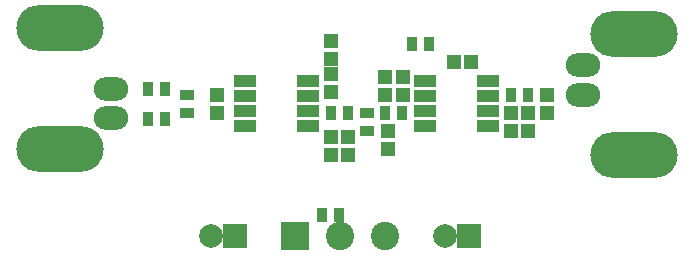
<source format=gbs>
G04 #@! TF.FileFunction,Soldermask,Bot*
%FSLAX46Y46*%
G04 Gerber Fmt 4.6, Leading zero omitted, Abs format (unit mm)*
G04 Created by KiCad (PCBNEW 4.0.7) date Thu May  3 16:22:41 2018*
%MOMM*%
%LPD*%
G01*
G04 APERTURE LIST*
%ADD10C,0.100000*%
%ADD11R,1.150000X1.200000*%
%ADD12R,1.200000X1.150000*%
%ADD13R,2.000000X2.000000*%
%ADD14C,2.000000*%
%ADD15O,7.400240X3.900120*%
%ADD16O,2.899360X2.000200*%
%ADD17C,2.400000*%
%ADD18R,2.400000X2.400000*%
%ADD19R,0.900000X1.300000*%
%ADD20R,1.300000X0.900000*%
%ADD21R,1.950000X1.000000*%
G04 APERTURE END LIST*
D10*
D11*
X80772000Y-63512000D03*
X80772000Y-65012000D03*
X71120000Y-66790000D03*
X71120000Y-65290000D03*
X80772000Y-62218000D03*
X80772000Y-60718000D03*
D12*
X80784000Y-68834000D03*
X82284000Y-68834000D03*
X96024000Y-68326000D03*
X97524000Y-68326000D03*
D11*
X86868000Y-63766000D03*
X86868000Y-65266000D03*
D13*
X92456000Y-77216000D03*
D14*
X90456000Y-77216000D03*
D11*
X85344000Y-63766000D03*
X85344000Y-65266000D03*
D12*
X96024000Y-66802000D03*
X97524000Y-66802000D03*
D13*
X72644000Y-77216000D03*
D14*
X70644000Y-77216000D03*
D12*
X80784000Y-70358000D03*
X82284000Y-70358000D03*
D11*
X85598000Y-68338000D03*
X85598000Y-69838000D03*
D12*
X92698000Y-62484000D03*
X91198000Y-62484000D03*
D11*
X99060000Y-65290000D03*
X99060000Y-66790000D03*
D15*
X57886600Y-69867780D03*
X57886600Y-59669680D03*
D16*
X62151260Y-64770000D03*
X62151260Y-67269360D03*
D17*
X85344000Y-77216000D03*
D18*
X77724000Y-77216000D03*
D17*
X81534000Y-77216000D03*
D15*
X106451400Y-60180220D03*
X106451400Y-70378320D03*
D16*
X102186740Y-65278000D03*
X102186740Y-62778640D03*
D19*
X66790000Y-67310000D03*
X65290000Y-67310000D03*
X66790000Y-64770000D03*
X65290000Y-64770000D03*
X81522000Y-75438000D03*
X80022000Y-75438000D03*
D20*
X68580000Y-65290000D03*
X68580000Y-66790000D03*
D19*
X82284000Y-66802000D03*
X80784000Y-66802000D03*
X89142000Y-60960000D03*
X87642000Y-60960000D03*
X86856000Y-66802000D03*
X85356000Y-66802000D03*
X97524000Y-65278000D03*
X96024000Y-65278000D03*
D21*
X73500000Y-67945000D03*
X73500000Y-66675000D03*
X73500000Y-65405000D03*
X73500000Y-64135000D03*
X78900000Y-64135000D03*
X78900000Y-65405000D03*
X78900000Y-66675000D03*
X78900000Y-67945000D03*
X88740000Y-67945000D03*
X88740000Y-66675000D03*
X88740000Y-65405000D03*
X88740000Y-64135000D03*
X94140000Y-64135000D03*
X94140000Y-65405000D03*
X94140000Y-66675000D03*
X94140000Y-67945000D03*
D20*
X83820000Y-68314000D03*
X83820000Y-66814000D03*
M02*

</source>
